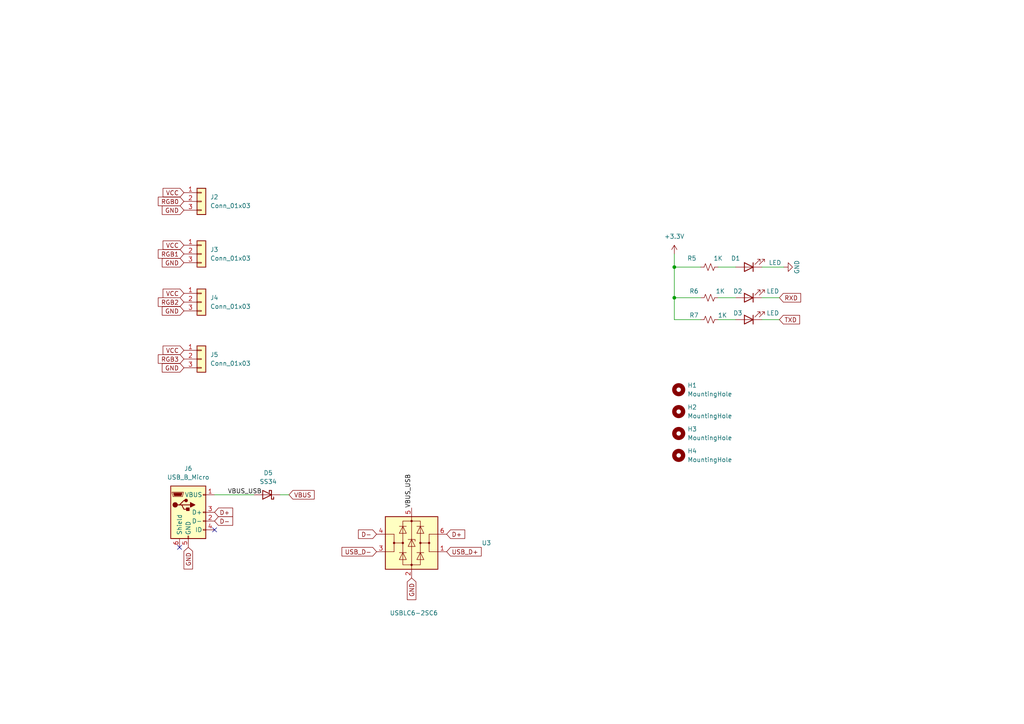
<source format=kicad_sch>
(kicad_sch (version 20211123) (generator eeschema)
  (paper "A4")
  (lib_symbols
    (symbol "Connector:USB_B_Micro" (pin_names (offset 1.016))
      (property "Reference" "J" (at -5.08 11.43 0))
      (property "Value" "USB_B_Micro" (at -5.08 8.89 0))
      (symbol "USB_B_Micro_0_1"
        (rectangle (start -5.08 -7.62) (end 5.08 7.62) (stroke (width 0.254)) (fill (type background)))
        (circle (center -3.81 2.159) (radius 0.635) (stroke (width 0.254)) (fill (type outline)))
        (circle (center -0.635 3.429) (radius 0.381) (stroke (width 0.254)) (fill (type outline)))
        (rectangle (start -0.127 -7.62) (end 0.127 -6.858))
        (polyline (pts (xy -1.905 2.159) (xy 0.635 2.159)) (stroke (width 0.254)))
        (polyline (pts (xy -3.175 2.159) (xy -2.54 2.159) (xy -1.27 3.429) (xy -0.635 3.429)) (stroke (width 0.254)))
        (polyline (pts (xy -2.54 2.159) (xy -1.905 2.159) (xy -1.27 0.889) (xy 0 0.889)) (stroke (width 0.254)))
        (polyline (pts (xy 0.635 2.794) (xy 0.635 1.524) (xy 1.905 2.159) (xy 0.635 2.794)) (stroke (width 0.254)) (fill (type outline)))
        (polyline (pts (xy -4.318 5.588) (xy -1.778 5.588) (xy -2.032 4.826) (xy -4.064 4.826) (xy -4.318 5.588)) (fill (type outline)))
        (polyline (pts (xy -4.699 5.842) (xy -4.699 5.588) (xy -4.445 4.826) (xy -4.445 4.572) (xy -1.651 4.572) (xy -1.651 4.826) (xy -1.397 5.588) (xy -1.397 5.842) (xy -4.699 5.842)))
        (rectangle (start 0.254 1.27) (end -0.508 0.508) (stroke (width 0.254)) (fill (type outline)))
        (rectangle (start 5.08 -5.207) (end 4.318 -4.953))
        (rectangle (start 5.08 -2.667) (end 4.318 -2.413))
        (rectangle (start 5.08 -0.127) (end 4.318 0.127))
        (rectangle (start 5.08 4.953) (end 4.318 5.207))
      )
      (symbol "USB_B_Micro_1_1"
        (pin power_out line (at 7.62 5.08 180) (length 2.54) (name "VBUS") (number "1"))
        (pin bidirectional line (at 7.62 -2.54 180) (length 2.54) (name "D-") (number "2"))
        (pin bidirectional line (at 7.62 0 180) (length 2.54) (name "D+") (number "3"))
        (pin passive line (at 7.62 -5.08 180) (length 2.54) (name "ID") (number "4"))
        (pin power_out line (at 0 -10.16 90) (length 2.54) (name "GND") (number "5"))
        (pin passive line (at -2.54 -10.16 90) (length 2.54) (name "Shield") (number "6"))
      )
    )
    (symbol "Connector_Generic:Conn_01x03" (pin_names (offset 1.016) hide)
      (property "Reference" "J" (at 0 5.08 0))
      (property "Value" "Conn_01x03" (at 0 -5.08 0))
      (symbol "Conn_01x03_1_1"
        (rectangle (start -1.27 -2.413) (end 0 -2.667) (stroke (width 0.1524)))
        (rectangle (start -1.27 0.127) (end 0 -0.127) (stroke (width 0.1524)))
        (rectangle (start -1.27 2.667) (end 0 2.413) (stroke (width 0.1524)))
        (rectangle (start -1.27 3.81) (end 1.27 -3.81) (stroke (width 0.254)) (fill (type background)))
        (pin passive line (at -5.08 2.54 0) (length 3.81) (name "Pin_1") (number "1"))
        (pin passive line (at -5.08 0 0) (length 3.81) (name "Pin_2") (number "2"))
        (pin passive line (at -5.08 -2.54 0) (length 3.81) (name "Pin_3") (number "3"))
      )
    )
    (symbol "Device:D_Schottky" (pin_numbers hide) (pin_names (offset 1.016) hide)
      (property "Reference" "D" (at 0 2.54 0))
      (property "Value" "D_Schottky" (at 0 -2.54 0))
      (symbol "D_Schottky_0_1"
        (polyline (pts (xy 1.27 0) (xy -1.27 0)))
        (polyline (pts (xy 1.27 1.27) (xy 1.27 -1.27) (xy -1.27 0) (xy 1.27 1.27)) (stroke (width 0.254)))
        (polyline (pts (xy -1.905 0.635) (xy -1.905 1.27) (xy -1.27 1.27) (xy -1.27 -1.27) (xy -0.635 -1.27) (xy -0.635 -0.635)) (stroke (width 0.254)))
      )
      (symbol "D_Schottky_1_1"
        (pin passive line (at -3.81 0 0) (length 2.54) (name "K") (number "1"))
        (pin passive line (at 3.81 0 180) (length 2.54) (name "A") (number "2"))
      )
    )
    (symbol "Device:LED" (pin_numbers hide) (pin_names (offset 1.016) hide)
      (property "Reference" "D" (at 0 2.54 0))
      (property "Value" "LED" (at 0 -2.54 0))
      (symbol "LED_0_1"
        (polyline (pts (xy -1.27 -1.27) (xy -1.27 1.27)) (stroke (width 0.254)))
        (polyline (pts (xy -1.27 0) (xy 1.27 0)))
        (polyline (pts (xy 1.27 -1.27) (xy 1.27 1.27) (xy -1.27 0) (xy 1.27 -1.27)) (stroke (width 0.254)))
        (polyline (pts (xy -3.048 -0.762) (xy -4.572 -2.286) (xy -3.81 -2.286) (xy -4.572 -2.286) (xy -4.572 -1.524)))
        (polyline (pts (xy -1.778 -0.762) (xy -3.302 -2.286) (xy -2.54 -2.286) (xy -3.302 -2.286) (xy -3.302 -1.524)))
      )
      (symbol "LED_1_1"
        (pin passive line (at -3.81 0 0) (length 2.54) (name "K") (number "1"))
        (pin passive line (at 3.81 0 180) (length 2.54) (name "A") (number "2"))
      )
    )
    (symbol "Device:R_Small_US" (pin_numbers hide) (pin_names (offset 0.254) hide)
      (property "Reference" "R" (at 0.762 0.508 0))
      (property "Value" "R_Small_US" (at 0.762 -1.016 0))
      (symbol "R_Small_US_1_1"
        (polyline (pts (xy 0 0) (xy 1.016 -0.381) (xy 0 -0.762) (xy -1.016 -1.143) (xy 0 -1.524)))
        (polyline (pts (xy 0 1.524) (xy 1.016 1.143) (xy 0 0.762) (xy -1.016 0.381) (xy 0 0)))
        (pin passive line (at 0 2.54 270) (length 1.016) (name "~") (number "1"))
        (pin passive line (at 0 -2.54 90) (length 1.016) (name "~") (number "2"))
      )
    )
    (symbol "Mechanical:MountingHole" (pin_names (offset 1.016))
      (property "Reference" "H" (at 0 5.08 0))
      (property "Value" "MountingHole" (at 0 3.175 0))
      (symbol "MountingHole_0_1"
        (circle (center 0 0) (radius 1.27) (stroke (width 1.27)))
      )
    )
    (symbol "Power_Protection:USBLC6-2SC6" (pin_names hide)
      (property "Reference" "U" (at 2.54 8.89 0))
      (property "Value" "USBLC6-2SC6" (at 2.54 -8.89 0))
      (symbol "USBLC6-2SC6_0_1"
        (rectangle (start -7.62 -7.62) (end 7.62 7.62) (stroke (width 0.254)) (fill (type background)))
        (circle (center -5.08 0) (radius 0.254) (fill (type outline)))
        (circle (center -2.54 0) (radius 0.254) (fill (type outline)))
        (rectangle (start -2.54 6.35) (end 2.54 -6.35))
        (circle (center 0 -6.35) (radius 0.254) (fill (type outline)))
        (polyline (pts (xy -5.08 -2.54) (xy -7.62 -2.54)))
        (polyline (pts (xy -5.08 0) (xy -5.08 -2.54)))
        (polyline (pts (xy -5.08 2.54) (xy -7.62 2.54)))
        (polyline (pts (xy -1.524 -2.794) (xy -3.556 -2.794)))
        (polyline (pts (xy -1.524 4.826) (xy -3.556 4.826)))
        (polyline (pts (xy 0 -7.62) (xy 0 -6.35)))
        (polyline (pts (xy 0 -6.35) (xy 0 1.27)))
        (polyline (pts (xy 0 1.27) (xy 0 6.35)))
        (polyline (pts (xy 0 6.35) (xy 0 7.62)))
        (polyline (pts (xy 1.524 -2.794) (xy 3.556 -2.794)))
        (polyline (pts (xy 1.524 4.826) (xy 3.556 4.826)))
        (polyline (pts (xy 5.08 -2.54) (xy 7.62 -2.54)))
        (polyline (pts (xy 5.08 0) (xy 5.08 -2.54)))
        (polyline (pts (xy 5.08 2.54) (xy 7.62 2.54)))
        (polyline (pts (xy -2.54 0) (xy -5.08 0) (xy -5.08 2.54)))
        (polyline (pts (xy 2.54 0) (xy 5.08 0) (xy 5.08 2.54)))
        (polyline (pts (xy -3.556 -4.826) (xy -1.524 -4.826) (xy -2.54 -2.794) (xy -3.556 -4.826)))
        (polyline (pts (xy -3.556 2.794) (xy -1.524 2.794) (xy -2.54 4.826) (xy -3.556 2.794)))
        (polyline (pts (xy -1.016 -1.016) (xy 1.016 -1.016) (xy 0 1.016) (xy -1.016 -1.016)))
        (polyline (pts (xy 1.016 1.016) (xy 0.762 1.016) (xy -1.016 1.016) (xy -1.016 0.508)))
        (polyline (pts (xy 3.556 -4.826) (xy 1.524 -4.826) (xy 2.54 -2.794) (xy 3.556 -4.826)))
        (polyline (pts (xy 3.556 2.794) (xy 1.524 2.794) (xy 2.54 4.826) (xy 3.556 2.794)))
        (circle (center 0 6.35) (radius 0.254) (fill (type outline)))
        (circle (center 2.54 0) (radius 0.254) (fill (type outline)))
        (circle (center 5.08 0) (radius 0.254) (fill (type outline)))
      )
      (symbol "USBLC6-2SC6_1_1"
        (pin passive line (at -10.16 -2.54 0) (length 2.54) (name "I/O1") (number "1"))
        (pin passive line (at 0 -10.16 90) (length 2.54) (name "GND") (number "2"))
        (pin passive line (at 10.16 -2.54 180) (length 2.54) (name "I/O2") (number "3"))
        (pin passive line (at 10.16 2.54 180) (length 2.54) (name "I/O2") (number "4"))
        (pin passive line (at 0 10.16 270) (length 2.54) (name "VBUS") (number "5"))
        (pin passive line (at -10.16 2.54 0) (length 2.54) (name "I/O1") (number "6"))
      )
    )
    (symbol "power:+3.3V" (power) (pin_names (offset 0))
      (property "Value" "+3.3V" (at 0 3.556 0))
      (symbol "+3.3V_0_1"
        (polyline (pts (xy -0.762 1.27) (xy 0 2.54)))
        (polyline (pts (xy 0 0) (xy 0 2.54)))
        (polyline (pts (xy 0 2.54) (xy 0.762 1.27)))
      )
      (symbol "+3.3V_1_1"
        (pin power_in line (at 0 0 90) (length 0) hide (name "+3.3V") (number "1"))
      )
    )
    (symbol "power:GND" (power) (pin_names (offset 0))
      (property "Value" "GND" (at 0 -3.81 0))
      (symbol "GND_0_1"
        (polyline (pts (xy 0 0) (xy 0 -1.27) (xy 1.27 -1.27) (xy 0 -2.54) (xy -1.27 -1.27) (xy 0 -1.27)))
      )
      (symbol "GND_1_1"
        (pin power_in line (at 0 0 270) (length 0) hide (name "GND") (number "1"))
      )
    )
  )
  (junction (at 195.58 86.36))
  (junction (at 195.58 77.47))
  (no_connect (at 62.23 153.67))
  (no_connect (at 52.07 158.75))
  (wire (pts (xy 220.98 86.36) (xy 226.06 86.36)))
  (wire (pts (xy 73.66 143.51) (xy 62.23 143.51)))
  (wire (pts (xy 220.98 77.47) (xy 227.33 77.47)))
  (wire (pts (xy 208.28 86.36) (xy 213.36 86.36)))
  (wire (pts (xy 195.58 92.71) (xy 203.2 92.71)))
  (wire (pts (xy 195.58 73.66) (xy 195.58 77.47)))
  (wire (pts (xy 195.58 86.36) (xy 203.2 86.36)))
  (wire (pts (xy 208.28 77.47) (xy 213.36 77.47)))
  (wire (pts (xy 195.58 86.36) (xy 195.58 92.71)))
  (wire (pts (xy 220.98 92.71) (xy 226.06 92.71)))
  (wire (pts (xy 83.82 143.51) (xy 81.28 143.51)))
  (wire (pts (xy 208.28 92.71) (xy 213.36 92.71)))
  (wire (pts (xy 195.58 86.36) (xy 195.58 77.47)))
  (wire (pts (xy 195.58 77.47) (xy 203.2 77.47)))
  (label "VBUS_USB" (at 119.38 147.32 90))
  (label "VBUS_USB" (at 66.04 143.51 0))
  (global_label "TXD" (shape input) (at 226.06 92.71 0) (property "Intersheet References" "${INTERSHEET_REFS}" (effects hide)))
  (global_label "GND" (shape input) (at 53.34 90.17 180) (property "Intersheet References" "${INTERSHEET_REFS}" (effects hide)))
  (global_label "GND" (shape input) (at 53.34 106.68 180) (property "Intersheet References" "${INTERSHEET_REFS}" (effects hide)))
  (global_label "RGB1" (shape input) (at 53.34 73.66 180) (property "Intersheet References" "${INTERSHEET_REFS}" (effects hide)))
  (global_label "D+" (shape input) (at 129.54 154.94 0) (property "Intersheet References" "${INTERSHEET_REFS}" (effects hide)))
  (global_label "GND" (shape input) (at 53.34 76.2 180) (property "Intersheet References" "${INTERSHEET_REFS}" (effects hide)))
  (global_label "RGB3" (shape input) (at 53.34 104.14 180) (property "Intersheet References" "${INTERSHEET_REFS}" (effects hide)))
  (global_label "VCC" (shape input) (at 53.34 101.6 180) (property "Intersheet References" "${INTERSHEET_REFS}" (effects hide)))
  (global_label "D-" (shape input) (at 109.22 154.94 180) (property "Intersheet References" "${INTERSHEET_REFS}" (effects hide)))
  (global_label "VBUS" (shape input) (at 83.82 143.51 0) (property "Intersheet References" "${INTERSHEET_REFS}" (effects hide)))
  (global_label "RGB0" (shape input) (at 53.34 58.42 180) (property "Intersheet References" "${INTERSHEET_REFS}" (effects hide)))
  (global_label "GND" (shape input) (at 119.38 167.64 270) (property "Intersheet References" "${INTERSHEET_REFS}" (effects hide)))
  (global_label "GND" (shape input) (at 53.34 60.96 180) (property "Intersheet References" "${INTERSHEET_REFS}" (effects hide)))
  (global_label "VCC" (shape input) (at 53.34 71.12 180) (property "Intersheet References" "${INTERSHEET_REFS}" (effects hide)))
  (global_label "VCC" (shape input) (at 53.34 55.88 180) (property "Intersheet References" "${INTERSHEET_REFS}" (effects hide)))
  (global_label "D-" (shape input) (at 62.23 151.13 0) (property "Intersheet References" "${INTERSHEET_REFS}" (effects hide)))
  (global_label "USB_D+" (shape input) (at 129.54 160.02 0) (property "Intersheet References" "${INTERSHEET_REFS}" (effects hide)))
  (global_label "RGB2" (shape input) (at 53.34 87.63 180) (property "Intersheet References" "${INTERSHEET_REFS}" (effects hide)))
  (global_label "RXD" (shape input) (at 226.06 86.36 0) (property "Intersheet References" "${INTERSHEET_REFS}" (effects hide)))
  (global_label "USB_D-" (shape input) (at 109.22 160.02 180) (property "Intersheet References" "${INTERSHEET_REFS}" (effects hide)))
  (global_label "VCC" (shape input) (at 53.34 85.09 180) (property "Intersheet References" "${INTERSHEET_REFS}" (effects hide)))
  (global_label "GND" (shape input) (at 54.61 158.75 270) (property "Intersheet References" "${INTERSHEET_REFS}" (effects hide)))
  (global_label "D+" (shape input) (at 62.23 148.59 0) (property "Intersheet References" "${INTERSHEET_REFS}" (effects hide)))
  (symbol (lib_id "Mechanical:MountingHole") (at 196.85 132.08 0) (unit 1)
    (property "Reference" "H4" (at 199.39 130.8099 0) (effects (justify left)))
    (property "Value" "MountingHole" (at 199.39 133.3499 0) (effects (justify left)))
    (property "Footprint" "MountingHole:MountingHole_3.2mm_M3" (effects hide))
  )
  (symbol (lib_id "Mechanical:MountingHole") (at 196.85 113.03 0) (unit 1)
    (property "Reference" "H1" (at 199.39 111.7599 0) (effects (justify left)))
    (property "Value" "MountingHole" (at 199.39 114.2999 0) (effects (justify left)))
    (property "Footprint" "MountingHole:MountingHole_3.2mm_M3" (effects hide))
  )
  (symbol (lib_id "Device:LED") (at 217.17 77.47 180) (unit 1)
    (property "Reference" "D1" (at 213.36 74.93 0))
    (property "Value" "LED" (at 224.79 76.2 0))
    (property "Footprint" "LED_SMD:LED_0603_1608Metric" (effects hide))
  )
  (symbol (lib_id "Device:R_Small_US") (at 205.74 92.71 90) (unit 1)
    (property "Reference" "R7" (at 201.295 91.44 90))
    (property "Value" "1K" (at 209.55 91.44 90))
    (property "Footprint" "Resistor_SMD:R_0603_1608Metric" (effects hide))
  )
  (symbol (lib_id "Device:R_Small_US") (at 205.74 77.47 90) (unit 1)
    (property "Reference" "R5" (at 200.66 74.93 90))
    (property "Value" "1K" (at 208.28 74.93 90))
    (property "Footprint" "Resistor_SMD:R_0603_1608Metric" (effects hide))
  )
  (symbol (lib_id "Mechanical:MountingHole") (at 196.85 125.73 0) (unit 1)
    (property "Reference" "H3" (at 199.39 124.4599 0) (effects (justify left)))
    (property "Value" "MountingHole" (at 199.39 126.9999 0) (effects (justify left)))
    (property "Footprint" "MountingHole:MountingHole_3.2mm_M3" (effects hide))
  )
  (symbol (lib_id "power:GND") (at 227.33 77.47 90) (unit 1)
    (property "Reference" "#PWR011" (effects hide))
    (property "Value" "GND" (at 231.14 77.47 0))
  )
  (symbol (lib_id "Connector_Generic:Conn_01x03") (at 58.42 87.63 0) (unit 1)
    (property "Reference" "J4" (at 60.96 86.3599 0) (effects (justify left)))
    (property "Value" "Conn_01x03" (at 60.96 88.8999 0) (effects (justify left)))
    (property "Footprint" "Connector_JST:JST_PH_B3B-PH-K_1x03_P2.00mm_Vertical" (effects hide))
  )
  (symbol (lib_id "Connector_Generic:Conn_01x03") (at 58.42 58.42 0) (unit 1)
    (property "Reference" "J2" (at 60.96 57.1499 0) (effects (justify left)))
    (property "Value" "Conn_01x03" (at 60.96 59.6899 0) (effects (justify left)))
    (property "Footprint" "Connector_JST:JST_PH_B3B-PH-K_1x03_P2.00mm_Vertical" (effects hide))
  )
  (symbol (lib_id "Connector_Generic:Conn_01x03") (at 58.42 73.66 0) (unit 1)
    (property "Reference" "J3" (at 60.96 72.3899 0) (effects (justify left)))
    (property "Value" "Conn_01x03" (at 60.96 74.9299 0) (effects (justify left)))
    (property "Footprint" "Connector_JST:JST_PH_B3B-PH-K_1x03_P2.00mm_Vertical" (effects hide))
  )
  (symbol (lib_id "power:+3.3V") (at 195.58 73.66 0) (unit 1)
    (property "Reference" "#PWR010" (effects hide))
    (property "Value" "+3.3V" (at 195.58 68.58 0))
  )
  (symbol (lib_id "Device:LED") (at 217.17 86.36 180) (unit 1)
    (property "Reference" "D2" (at 213.995 84.455 0))
    (property "Value" "LED" (at 224.155 84.455 0))
    (property "Footprint" "LED_SMD:LED_0603_1608Metric" (effects hide))
  )
  (symbol (lib_id "Device:R_Small_US") (at 205.74 86.36 90) (unit 1)
    (property "Reference" "R6" (at 201.295 84.455 90))
    (property "Value" "1K" (at 208.915 84.455 90))
    (property "Footprint" "Resistor_SMD:R_0603_1608Metric" (effects hide))
  )
  (symbol (lib_id "Mechanical:MountingHole") (at 196.85 119.38 0) (unit 1)
    (property "Reference" "H2" (at 199.39 118.1099 0) (effects (justify left)))
    (property "Value" "MountingHole" (at 199.39 120.6499 0) (effects (justify left)))
    (property "Footprint" "MountingHole:MountingHole_3.2mm_M3" (effects hide))
  )
  (symbol (lib_id "Device:LED") (at 217.17 92.71 180) (unit 1)
    (property "Reference" "D3" (at 213.995 90.805 0))
    (property "Value" "LED" (at 224.155 90.805 0))
    (property "Footprint" "LED_SMD:LED_0603_1608Metric" (effects hide))
  )
  (symbol (lib_id "Connector_Generic:Conn_01x03") (at 58.42 104.14 0) (unit 1)
    (property "Reference" "J5" (at 60.96 102.8699 0) (effects (justify left)))
    (property "Value" "Conn_01x03" (at 60.96 105.4099 0) (effects (justify left)))
    (property "Footprint" "Connector_JST:JST_PH_B3B-PH-K_1x03_P2.00mm_Vertical" (effects hide))
  )
  (symbol (lib_id "Device:D_Schottky") (at 77.47 143.51 180) (unit 1)
    (property "Reference" "D5" (at 77.7875 137.16 0))
    (property "Value" "SS34" (at 77.7875 139.7 0))
    (property "Footprint" "Diode_SMD:D_SMA" (effects hide))
  )
  (symbol (lib_id "Power_Protection:USBLC6-2SC6") (at 119.38 157.48 0) (mirror y) (unit 1)
    (property "Reference" "U3" (at 139.7 157.48 0) (effects (justify right)))
    (property "Value" "USBLC6-2SC6" (at 113.03 177.8 0) (effects (justify right)))
    (property "Footprint" "Package_TO_SOT_SMD:SOT-23-6" (effects hide))
    (property "Datasheet" "https://www.st.com/resource/en/datasheet/usblc6-2.pdf" (effects hide))
  )
  (symbol (lib_id "Connector:USB_B_Micro") (at 54.61 148.59 0) (unit 1)
    (property "Reference" "J6" (at 54.61 135.89 0))
    (property "Value" "USB_B_Micro" (at 54.61 138.43 0))
    (property "Footprint" "Connector_USB:USB_Micro-B_Wuerth_614105150721_Vertical" (effects hide))
  )
)
</source>
